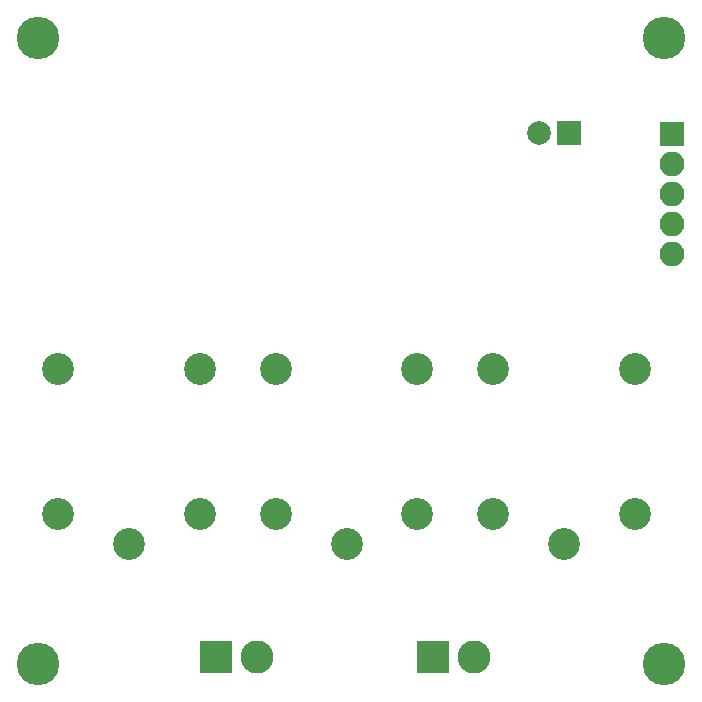
<source format=gbs>
G04 #@! TF.FileFunction,Soldermask,Bot*
%FSLAX46Y46*%
G04 Gerber Fmt 4.6, Leading zero omitted, Abs format (unit mm)*
G04 Created by KiCad (PCBNEW 4.0.6) date 04/22/17 16:30:30*
%MOMM*%
%LPD*%
G01*
G04 APERTURE LIST*
%ADD10C,0.100000*%
%ADD11C,2.700000*%
%ADD12R,2.000000X2.000000*%
%ADD13C,2.000000*%
%ADD14R,2.100000X2.100000*%
%ADD15O,2.100000X2.100000*%
%ADD16C,2.800000*%
%ADD17R,2.800000X2.800000*%
%ADD18C,3.600000*%
G04 APERTURE END LIST*
D10*
D11*
X167513000Y-94551500D03*
X173513000Y-109301500D03*
X167513000Y-106751500D03*
X179513000Y-106751500D03*
X179513000Y-94551500D03*
D12*
X173926500Y-74549000D03*
D13*
X171426500Y-74549000D03*
D14*
X182626000Y-74612500D03*
D15*
X182626000Y-77152500D03*
X182626000Y-79692500D03*
X182626000Y-82232500D03*
X182626000Y-84772500D03*
D16*
X147518000Y-118872000D03*
D17*
X144018000Y-118872000D03*
D16*
X165933000Y-118872000D03*
D17*
X162433000Y-118872000D03*
D11*
X130683000Y-94551500D03*
X136683000Y-109301500D03*
X130683000Y-106751500D03*
X142683000Y-106751500D03*
X142683000Y-94551500D03*
X149098000Y-94551500D03*
X155098000Y-109301500D03*
X149098000Y-106751500D03*
X161098000Y-106751500D03*
X161098000Y-94551500D03*
D18*
X128976000Y-119492000D03*
X181976000Y-119492000D03*
X181976000Y-66492000D03*
X128976000Y-66492000D03*
M02*

</source>
